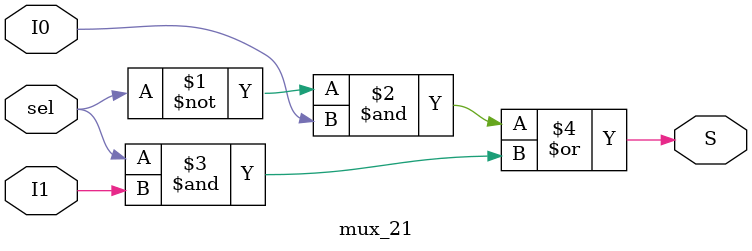
<source format=v>
/**
 Projeto: Multiplexador de 2 canais
 Nomes: Diogo Emanuel, Guilherme Augusto, Luiz Eduardo
 Data: 09/11/2021
**/

module mux_21(
  I0, I1, sel, S
);

//Entradas e saidas
input I0, I1, sel;
output S;

assign S = ~sel & I0 | sel & I1;

endmodule
</source>
